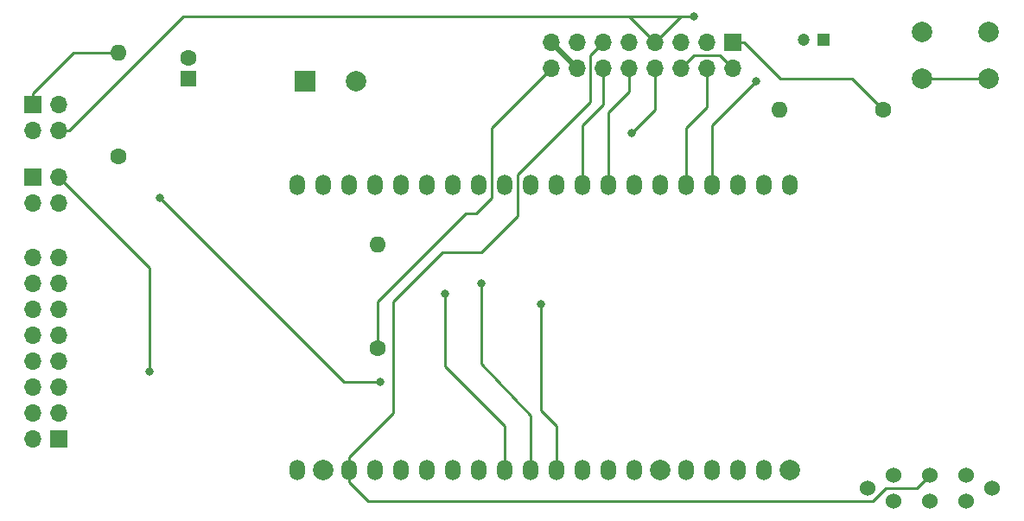
<source format=gbr>
G04 #@! TF.GenerationSoftware,KiCad,Pcbnew,(5.1.5)-3*
G04 #@! TF.CreationDate,2020-01-27T11:44:27-05:00*
G04 #@! TF.ProjectId,Main Board,4d61696e-2042-46f6-9172-642e6b696361,rev?*
G04 #@! TF.SameCoordinates,Original*
G04 #@! TF.FileFunction,Copper,L1,Top*
G04 #@! TF.FilePolarity,Positive*
%FSLAX46Y46*%
G04 Gerber Fmt 4.6, Leading zero omitted, Abs format (unit mm)*
G04 Created by KiCad (PCBNEW (5.1.5)-3) date 2020-01-27 11:44:27*
%MOMM*%
%LPD*%
G04 APERTURE LIST*
%ADD10C,2.000000*%
%ADD11O,1.500000X2.000000*%
%ADD12C,1.524000*%
%ADD13O,1.700000X1.700000*%
%ADD14R,1.700000X1.700000*%
%ADD15R,1.200000X1.200000*%
%ADD16C,1.200000*%
%ADD17R,2.000000X2.000000*%
%ADD18R,1.600000X1.600000*%
%ADD19C,1.600000*%
%ADD20O,1.600000X1.600000*%
%ADD21C,0.800000*%
%ADD22C,0.250000*%
%ADD23C,0.500000*%
G04 APERTURE END LIST*
D10*
X154178000Y-86868000D03*
D11*
X154178000Y-58928000D03*
X151638000Y-86868000D03*
X151638000Y-58928000D03*
X149098000Y-86868000D03*
X149098000Y-58928000D03*
X146558000Y-86868000D03*
X146558000Y-58928000D03*
X144018000Y-86868000D03*
X144018000Y-58928000D03*
D10*
X141478000Y-86868000D03*
D11*
X141478000Y-58928000D03*
X138938000Y-86868000D03*
X138938000Y-58928000D03*
X136398000Y-86868000D03*
X136398000Y-58928000D03*
X133858000Y-86868000D03*
X133858000Y-58928000D03*
X131318000Y-86868000D03*
X131318000Y-58928000D03*
X128778000Y-86868000D03*
X128778000Y-58928000D03*
X126238000Y-86868000D03*
X126238000Y-58928000D03*
X123698000Y-86868000D03*
X123698000Y-58928000D03*
X121158000Y-86868000D03*
X121158000Y-58928000D03*
X118618000Y-86868000D03*
X118618000Y-58928000D03*
X116078000Y-86868000D03*
X116078000Y-58928000D03*
X113538000Y-86868000D03*
X113538000Y-58928000D03*
X110998000Y-86868000D03*
X110998000Y-58928000D03*
D10*
X108458000Y-86868000D03*
D11*
X108458000Y-58928000D03*
X105918000Y-86868000D03*
X105918000Y-58928000D03*
D12*
X164338000Y-89916000D03*
X167894000Y-89916000D03*
X171450000Y-89916000D03*
X164338000Y-87376000D03*
X171450000Y-87376000D03*
X167894000Y-87376000D03*
X161798000Y-88646000D03*
X173990000Y-88646000D03*
D13*
X130810000Y-47498000D03*
X130810000Y-44958000D03*
X133350000Y-47498000D03*
X133350000Y-44958000D03*
X135890000Y-47498000D03*
X135890000Y-44958000D03*
X138430000Y-47498000D03*
X138430000Y-44958000D03*
X140970000Y-47498000D03*
X140970000Y-44958000D03*
X143510000Y-47498000D03*
X143510000Y-44958000D03*
X146050000Y-47498000D03*
X146050000Y-44958000D03*
X148590000Y-47498000D03*
D14*
X148590000Y-44958000D03*
X82550000Y-83820000D03*
D13*
X80010000Y-83820000D03*
X82550000Y-81280000D03*
X80010000Y-81280000D03*
X82550000Y-78740000D03*
X80010000Y-78740000D03*
X82550000Y-76200000D03*
X80010000Y-76200000D03*
X82550000Y-73660000D03*
X80010000Y-73660000D03*
X82550000Y-71120000D03*
X80010000Y-71120000D03*
X82550000Y-68580000D03*
X80010000Y-68580000D03*
X82550000Y-66040000D03*
X80010000Y-66040000D03*
D15*
X157480000Y-44704000D03*
D16*
X155480000Y-44704000D03*
D17*
X106680000Y-48768000D03*
D10*
X111680000Y-48768000D03*
D18*
X95250000Y-48514000D03*
D19*
X95250000Y-46514000D03*
D14*
X80010000Y-51054000D03*
D13*
X82550000Y-51054000D03*
X80010000Y-53594000D03*
X82550000Y-53594000D03*
X82550000Y-60706000D03*
X80010000Y-60706000D03*
X82550000Y-58166000D03*
D14*
X80010000Y-58166000D03*
D19*
X163322000Y-51562000D03*
D20*
X153162000Y-51562000D03*
X88392000Y-45974000D03*
D19*
X88392000Y-56134000D03*
X113792000Y-74930000D03*
D20*
X113792000Y-64770000D03*
D10*
X167132000Y-44014000D03*
X167132000Y-48514000D03*
X173632000Y-44014000D03*
X173632000Y-48514000D03*
D21*
X120396000Y-69596012D03*
X129793996Y-70648990D03*
X123952000Y-68580000D03*
X114046000Y-78232000D03*
X92456000Y-60234990D03*
X150876000Y-48768000D03*
X144780000Y-42418000D03*
X91440000Y-77216000D03*
X138684000Y-53848000D03*
D22*
X149690000Y-44958000D02*
X153246000Y-48514000D01*
X148590000Y-44958000D02*
X149690000Y-44958000D01*
X160274000Y-48514000D02*
X163322000Y-51562000D01*
X153246000Y-48514000D02*
X160274000Y-48514000D01*
D23*
X130810000Y-44958000D02*
X133350000Y-47498000D01*
D22*
X120396000Y-76708000D02*
X120396000Y-69596012D01*
X126238000Y-82550000D02*
X126238000Y-86868000D01*
X120396000Y-76708000D02*
X126238000Y-82550000D01*
X129793996Y-81025996D02*
X129793996Y-70648990D01*
X131318000Y-82550000D02*
X131318000Y-86868000D01*
X129793996Y-81025996D02*
X131318000Y-82550000D01*
X123952000Y-76474000D02*
X123952000Y-69145685D01*
X123952000Y-69145685D02*
X123952000Y-68580000D01*
X128778000Y-86868000D02*
X128778000Y-81534000D01*
X128778000Y-81534000D02*
X123952000Y-76474000D01*
X80010000Y-49954000D02*
X83990000Y-45974000D01*
X87260630Y-45974000D02*
X88392000Y-45974000D01*
X83990000Y-45974000D02*
X87260630Y-45974000D01*
X80010000Y-51054000D02*
X80010000Y-49954000D01*
X114046000Y-78232000D02*
X110453010Y-78232000D01*
X92855999Y-60634989D02*
X92456000Y-60234990D01*
X110453010Y-78232000D02*
X92855999Y-60634989D01*
X144214315Y-42418000D02*
X144780000Y-42418000D01*
X82550000Y-53594000D02*
X83566000Y-53594000D01*
X94742000Y-42418000D02*
X124206000Y-42418000D01*
X83566000Y-53594000D02*
X94742000Y-42418000D01*
X146558000Y-53086000D02*
X146558000Y-58928000D01*
X150876000Y-48768000D02*
X146558000Y-53086000D01*
X141819999Y-44108001D02*
X143510000Y-42418000D01*
X140970000Y-44958000D02*
X141819999Y-44108001D01*
X140970000Y-42418000D02*
X143510000Y-42418000D01*
X143510000Y-42418000D02*
X144214315Y-42418000D01*
X140120001Y-44108001D02*
X138430000Y-42418000D01*
X140970000Y-44958000D02*
X140120001Y-44108001D01*
X124206000Y-42418000D02*
X138430000Y-42418000D01*
X138430000Y-42418000D02*
X140970000Y-42418000D01*
X91440000Y-67056000D02*
X82550000Y-58166000D01*
X91440000Y-77216000D02*
X91440000Y-67056000D01*
X113792000Y-70358000D02*
X113792000Y-74930000D01*
X124968000Y-53340000D02*
X124968000Y-60198000D01*
X130810000Y-47498000D02*
X124968000Y-53340000D01*
X124968000Y-60198000D02*
X123444000Y-61722000D01*
X123444000Y-61722000D02*
X122428000Y-61722000D01*
X122428000Y-61722000D02*
X113792000Y-70358000D01*
X133858000Y-53086000D02*
X133858000Y-58928000D01*
X135890000Y-47498000D02*
X135890000Y-51054000D01*
X135890000Y-51054000D02*
X133858000Y-53086000D01*
X110998000Y-85618000D02*
X110998000Y-86868000D01*
X115316000Y-70358000D02*
X115316000Y-81300000D01*
X123952000Y-65532000D02*
X120142000Y-65532000D01*
X134620000Y-46228000D02*
X134620000Y-50803853D01*
X120142000Y-65532000D02*
X115316000Y-70358000D01*
X135890000Y-44958000D02*
X134620000Y-46228000D01*
X134620000Y-50803853D02*
X127508000Y-57915853D01*
X127508000Y-57915853D02*
X127508000Y-61976000D01*
X115316000Y-81300000D02*
X110998000Y-85618000D01*
X127508000Y-61976000D02*
X123952000Y-65532000D01*
X110998000Y-88118000D02*
X110998000Y-86868000D01*
X166624000Y-88646000D02*
X163576000Y-88646000D01*
X167894000Y-87376000D02*
X166624000Y-88646000D01*
X163576000Y-88646000D02*
X162306000Y-89916000D01*
X112796000Y-89916000D02*
X110998000Y-88118000D01*
X162306000Y-89916000D02*
X112796000Y-89916000D01*
X138430000Y-47498000D02*
X138430000Y-49784000D01*
X136398000Y-51816000D02*
X136398000Y-58928000D01*
X138430000Y-49784000D02*
X136398000Y-51816000D01*
X140970000Y-51562000D02*
X140208000Y-52324000D01*
X140970000Y-47498000D02*
X140970000Y-51562000D01*
X140208000Y-52324000D02*
X138684000Y-53848000D01*
X147320000Y-46228000D02*
X147740001Y-46648001D01*
X147740001Y-46648001D02*
X148590000Y-47498000D01*
X143510000Y-47498000D02*
X144780000Y-46228000D01*
X144780000Y-46228000D02*
X147320000Y-46228000D01*
X146050000Y-47498000D02*
X146050000Y-51308000D01*
X144018000Y-53340000D02*
X144018000Y-58928000D01*
X146050000Y-51308000D02*
X144018000Y-53340000D01*
X168546213Y-48514000D02*
X173632000Y-48514000D01*
X167132000Y-48514000D02*
X168546213Y-48514000D01*
M02*

</source>
